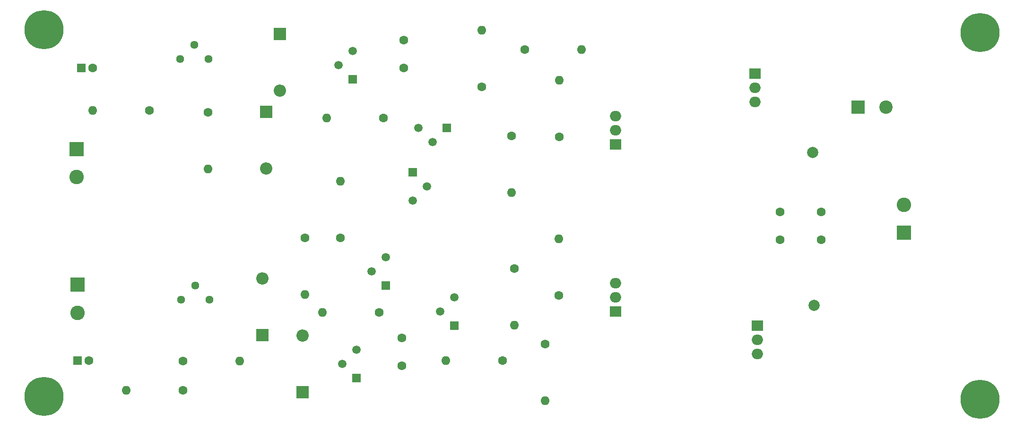
<source format=gbr>
%TF.GenerationSoftware,KiCad,Pcbnew,8.0.5*%
%TF.CreationDate,2024-10-14T07:35:35-07:00*%
%TF.ProjectId,Power_Amp_RevB,506f7765-725f-4416-9d70-5f526576422e,A*%
%TF.SameCoordinates,Original*%
%TF.FileFunction,Soldermask,Top*%
%TF.FilePolarity,Negative*%
%FSLAX46Y46*%
G04 Gerber Fmt 4.6, Leading zero omitted, Abs format (unit mm)*
G04 Created by KiCad (PCBNEW 8.0.5) date 2024-10-14 07:35:35*
%MOMM*%
%LPD*%
G01*
G04 APERTURE LIST*
%ADD10C,1.600000*%
%ADD11O,1.600000X1.600000*%
%ADD12C,2.000000*%
%ADD13C,7.000000*%
%ADD14R,2.600000X2.600000*%
%ADD15C,2.600000*%
%ADD16R,1.600000X1.600000*%
%ADD17R,2.000000X1.905000*%
%ADD18O,2.000000X1.905000*%
%ADD19R,1.500000X1.500000*%
%ADD20C,1.500000*%
%ADD21R,2.200000X2.200000*%
%ADD22O,2.200000X2.200000*%
%ADD23C,1.440000*%
%ADD24R,2.400000X2.400000*%
%ADD25C,2.400000*%
G04 APERTURE END LIST*
D10*
%TO.C,R8*%
X68120000Y-127265000D03*
D11*
X78280000Y-127265000D03*
%TD*%
D10*
%TO.C,R14*%
X103980000Y-83665000D03*
D11*
X93820000Y-83665000D03*
%TD*%
D12*
%TO.C,TP1*%
X181102000Y-117221000D03*
%TD*%
D10*
%TO.C,R12*%
X72542400Y-82651600D03*
D11*
X72542400Y-92811600D03*
%TD*%
D10*
%TO.C,C1*%
X174972800Y-100509800D03*
X174972800Y-105509800D03*
%TD*%
D13*
%TO.C,H1*%
X43180000Y-67818000D03*
%TD*%
%TO.C,H3*%
X43180000Y-133604000D03*
%TD*%
D10*
%TO.C,R15*%
X126900000Y-86865000D03*
D11*
X126900000Y-97025000D03*
%TD*%
D14*
%TO.C,J3*%
X49000000Y-89265000D03*
D15*
X49000000Y-94265000D03*
%TD*%
D13*
%TO.C,H4*%
X210820000Y-134112000D03*
%TD*%
%TO.C,H2*%
X210820000Y-68326000D03*
%TD*%
D10*
%TO.C,R3*%
X127400000Y-110685000D03*
D11*
X127400000Y-120845000D03*
%TD*%
D16*
%TO.C,C3*%
X49209888Y-127127000D03*
D10*
X51209888Y-127127000D03*
%TD*%
D17*
%TO.C,Q9*%
X145542000Y-118364000D03*
D18*
X145542000Y-115824000D03*
X145542000Y-113284000D03*
%TD*%
D10*
%TO.C,R2*%
X135382000Y-115443000D03*
D11*
X135382000Y-105283000D03*
%TD*%
D16*
%TO.C,C5*%
X49880800Y-74694800D03*
D10*
X51880800Y-74694800D03*
%TD*%
D19*
%TO.C,Q6*%
X98500000Y-76665000D03*
D20*
X95960000Y-74125000D03*
X98500000Y-71585000D03*
%TD*%
D21*
%TO.C,D3*%
X83000000Y-82555000D03*
D22*
X83000000Y-92715000D03*
%TD*%
D10*
%TO.C,C6*%
X107600000Y-69665000D03*
X107600000Y-74665000D03*
%TD*%
%TO.C,R10*%
X62080000Y-82265000D03*
D11*
X51920000Y-82265000D03*
%TD*%
D17*
%TO.C,Q5*%
X170942000Y-120904000D03*
D18*
X170942000Y-123444000D03*
X170942000Y-125984000D03*
%TD*%
D10*
%TO.C,C4*%
X107300000Y-123065000D03*
X107300000Y-128065000D03*
%TD*%
%TO.C,R6*%
X68080000Y-132465000D03*
D11*
X57920000Y-132465000D03*
%TD*%
D17*
%TO.C,Q10*%
X170561000Y-75692000D03*
D18*
X170561000Y-78232000D03*
X170561000Y-80772000D03*
%TD*%
D23*
%TO.C,RV1*%
X72669400Y-73025000D03*
X70129400Y-70485000D03*
X67589400Y-73025000D03*
%TD*%
D10*
%TO.C,C7*%
X182372000Y-100457000D03*
X182372000Y-105457000D03*
%TD*%
%TO.C,R16*%
X129320000Y-71365000D03*
D11*
X139480000Y-71365000D03*
%TD*%
D21*
%TO.C,D1*%
X82300000Y-122575000D03*
D22*
X82300000Y-112415000D03*
%TD*%
D10*
%TO.C,R9*%
X125280000Y-127165000D03*
D11*
X115120000Y-127165000D03*
%TD*%
D14*
%TO.C,J1*%
X197155000Y-104227000D03*
D15*
X197155000Y-99227000D03*
%TD*%
D19*
%TO.C,Q8*%
X115316000Y-85463000D03*
D20*
X112776000Y-88003000D03*
X110236000Y-85463000D03*
%TD*%
D10*
%TO.C,R18*%
X121600000Y-78045000D03*
D11*
X121600000Y-67885000D03*
%TD*%
D23*
%TO.C,RV2*%
X72840000Y-116250000D03*
X70300000Y-113710000D03*
X67760000Y-116250000D03*
%TD*%
D19*
%TO.C,Q1*%
X104402000Y-113665000D03*
D20*
X101862000Y-111125000D03*
X104402000Y-108585000D03*
%TD*%
D10*
%TO.C,R17*%
X135509000Y-87020400D03*
D11*
X135509000Y-76860400D03*
%TD*%
D12*
%TO.C,TP2*%
X180848000Y-89789000D03*
%TD*%
D10*
%TO.C,R1*%
X89885800Y-105174800D03*
D11*
X89885800Y-115334800D03*
%TD*%
D19*
%TO.C,Q7*%
X109220000Y-93345000D03*
D20*
X111760000Y-95885000D03*
X109220000Y-98425000D03*
%TD*%
D14*
%TO.C,J2*%
X49225000Y-113578000D03*
D15*
X49225000Y-118578000D03*
%TD*%
D21*
%TO.C,D4*%
X85400000Y-68555000D03*
D22*
X85400000Y-78715000D03*
%TD*%
D19*
%TO.C,Q3*%
X99170000Y-130305000D03*
D20*
X96630000Y-127765000D03*
X99170000Y-125225000D03*
%TD*%
D24*
%TO.C,C8*%
X188976000Y-81661000D03*
D25*
X193976000Y-81661000D03*
%TD*%
D19*
%TO.C,Q4*%
X116660000Y-120935000D03*
D20*
X114120000Y-118395000D03*
X116660000Y-115855000D03*
%TD*%
D10*
%TO.C,R13*%
X96291400Y-105156000D03*
D11*
X96291400Y-94996000D03*
%TD*%
D10*
%TO.C,R5*%
X132969000Y-124206000D03*
D11*
X132969000Y-134366000D03*
%TD*%
D10*
%TO.C,R4*%
X103220800Y-118509800D03*
D11*
X93060800Y-118509800D03*
%TD*%
D21*
%TO.C,D2*%
X89500000Y-132875000D03*
D22*
X89500000Y-122715000D03*
%TD*%
D17*
%TO.C,Q2*%
X145542000Y-88392000D03*
D18*
X145542000Y-85852000D03*
X145542000Y-83312000D03*
%TD*%
M02*

</source>
